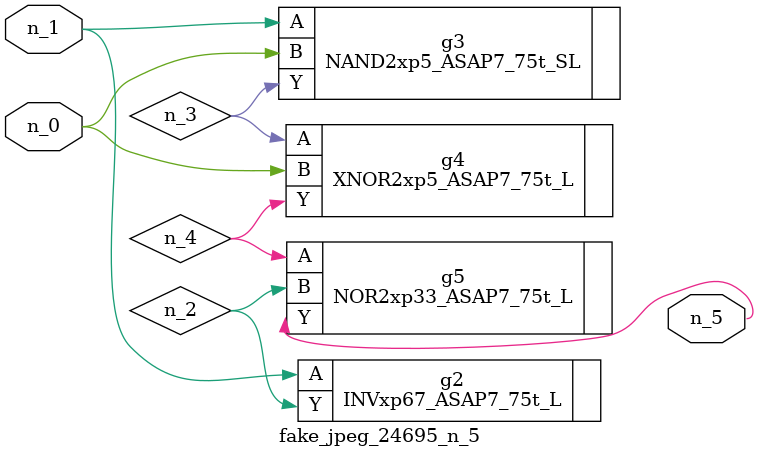
<source format=v>
module fake_jpeg_24695_n_5 (n_0, n_1, n_5);

input n_0;
input n_1;

output n_5;

wire n_2;
wire n_3;
wire n_4;

INVxp67_ASAP7_75t_L g2 ( 
.A(n_1),
.Y(n_2)
);

NAND2xp5_ASAP7_75t_SL g3 ( 
.A(n_1),
.B(n_0),
.Y(n_3)
);

XNOR2xp5_ASAP7_75t_L g4 ( 
.A(n_3),
.B(n_0),
.Y(n_4)
);

NOR2xp33_ASAP7_75t_L g5 ( 
.A(n_4),
.B(n_2),
.Y(n_5)
);


endmodule
</source>
